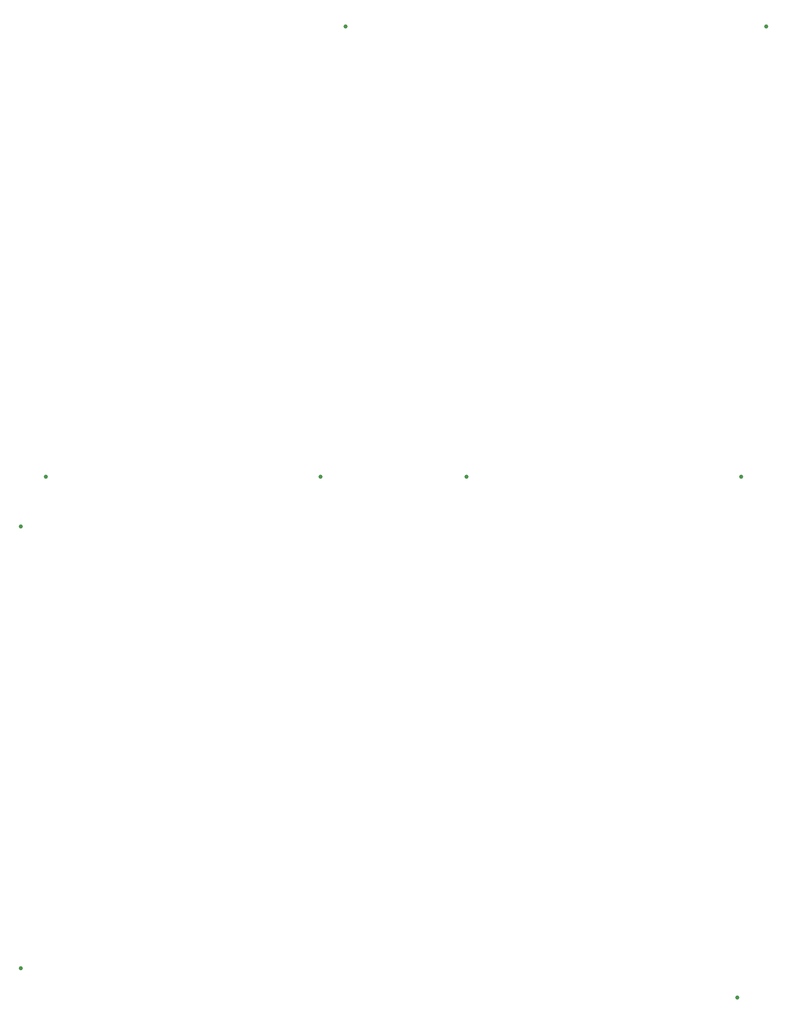
<source format=gtp>
G04 Layer_Color=8421504*
%FSLAX44Y44*%
%MOMM*%
G71*
G01*
G75*
%ADD10C,1.0000*%
D10*
X1750000Y30000D02*
D03*
X30000Y100000D02*
D03*
Y1160000D02*
D03*
X1820000Y2360000D02*
D03*
X1760000Y1280000D02*
D03*
X1100000D02*
D03*
X810000Y2360000D02*
D03*
X750000Y1280000D02*
D03*
X90000D02*
D03*
M02*

</source>
